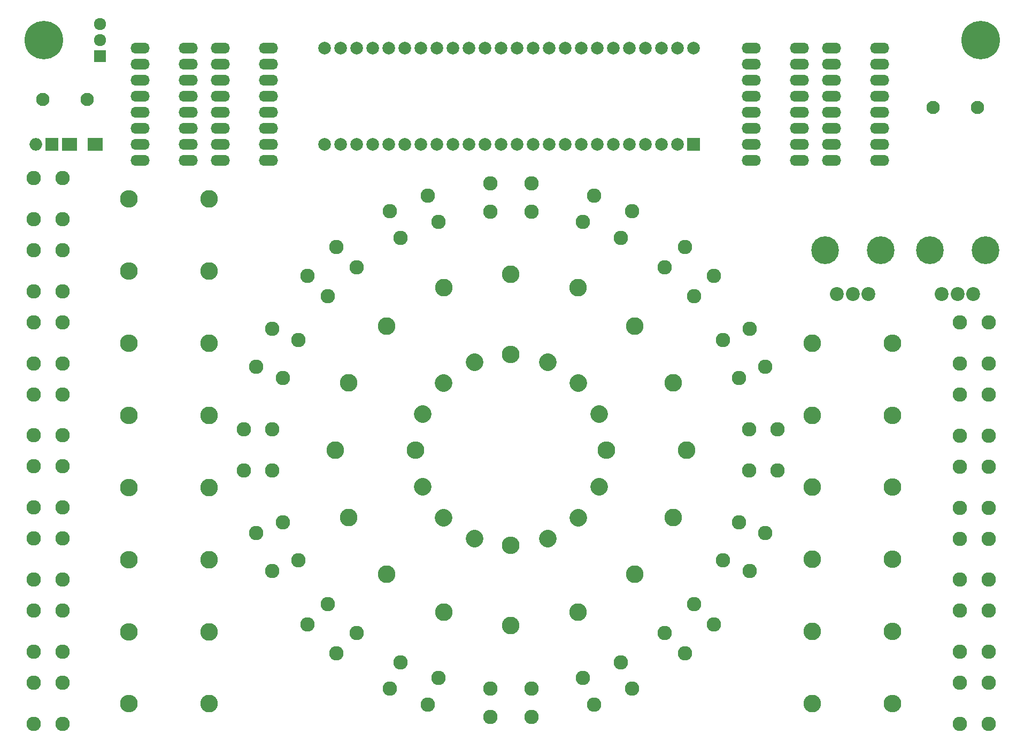
<source format=gbs>
G04 #@! TF.FileFunction,Soldermask,Bot*
%FSLAX46Y46*%
G04 Gerber Fmt 4.6, Leading zero omitted, Abs format (unit mm)*
G04 Created by KiCad (PCBNEW 4.0.6) date Thursday, 28. March 2019 'u40' 22:40:51*
%MOMM*%
%LPD*%
G01*
G04 APERTURE LIST*
%ADD10C,0.100000*%
%ADD11C,2.200000*%
%ADD12C,4.400000*%
%ADD13C,6.100000*%
%ADD14O,3.041600X1.720800*%
%ADD15C,2.000000*%
%ADD16R,2.000000X2.000000*%
%ADD17C,2.100000*%
%ADD18C,2.279600*%
%ADD19C,2.800000*%
%ADD20O,2.800000X2.800000*%
%ADD21C,2.800000*%
%ADD22C,1.920000*%
%ADD23R,1.920000X1.920000*%
%ADD24R,2.400000X2.100000*%
%ADD25O,2.000000X2.000000*%
G04 APERTURE END LIST*
D10*
D11*
X197450700Y-79171800D03*
X199950700Y-79171800D03*
X202450700Y-79171800D03*
D12*
X195550700Y-72171800D03*
X204350700Y-72171800D03*
D11*
X214024200Y-79171800D03*
X216524200Y-79171800D03*
X219024200Y-79171800D03*
D12*
X212124200Y-72171800D03*
X220924200Y-72171800D03*
D13*
X220167200Y-38912800D03*
D14*
X191511200Y-40182800D03*
X191511200Y-42722800D03*
X191511200Y-45262800D03*
X191511200Y-47802800D03*
X191511200Y-50342800D03*
X191511200Y-52882800D03*
X191511200Y-55422800D03*
X191511200Y-57962800D03*
X183891200Y-57962800D03*
X183891200Y-55422800D03*
X183891200Y-52882800D03*
X183891200Y-50342800D03*
X183891200Y-47802800D03*
X183891200Y-45262800D03*
X183891200Y-42722800D03*
X183891200Y-40182800D03*
D15*
X134061200Y-55422800D03*
X131521200Y-55422800D03*
X128981200Y-55422800D03*
X126441200Y-55422800D03*
X136601200Y-55422800D03*
X139141200Y-55422800D03*
X141681200Y-55422800D03*
X123901200Y-55422800D03*
X121361200Y-55422800D03*
X118821200Y-55422800D03*
X116281200Y-55422800D03*
X116281200Y-40182800D03*
X118821200Y-40182800D03*
X121361200Y-40182800D03*
X123901200Y-40182800D03*
X126441200Y-40182800D03*
X128981200Y-40182800D03*
X131521200Y-40182800D03*
X134061200Y-40182800D03*
X144221200Y-55422800D03*
X146761200Y-55422800D03*
X149301200Y-55422800D03*
X151841200Y-55422800D03*
X154381200Y-55422800D03*
X156921200Y-55422800D03*
X159461200Y-55422800D03*
X162001200Y-55422800D03*
X164541200Y-55422800D03*
X167081200Y-55422800D03*
X169621200Y-55422800D03*
X172161200Y-55422800D03*
D16*
X174701200Y-55422800D03*
D15*
X136601200Y-40182800D03*
X139141200Y-40182800D03*
X141681200Y-40182800D03*
X144221200Y-40182800D03*
X146761200Y-40182800D03*
X149301200Y-40182800D03*
X151841200Y-40182800D03*
X154381200Y-40182800D03*
X156921200Y-40182800D03*
X159461200Y-40182800D03*
X162001200Y-40182800D03*
X164541200Y-40182800D03*
X167081200Y-40182800D03*
X169621200Y-40182800D03*
X172161200Y-40182800D03*
X174701200Y-40182800D03*
D14*
X204211200Y-40182800D03*
X204211200Y-42722800D03*
X204211200Y-45262800D03*
X204211200Y-47802800D03*
X204211200Y-50342800D03*
X204211200Y-52882800D03*
X204211200Y-55422800D03*
X204211200Y-57962800D03*
X196591200Y-57962800D03*
X196591200Y-55422800D03*
X196591200Y-52882800D03*
X196591200Y-50342800D03*
X196591200Y-47802800D03*
X196591200Y-45262800D03*
X196591200Y-42722800D03*
X196591200Y-40182800D03*
X107391200Y-40182800D03*
X107391200Y-42722800D03*
X107391200Y-45262800D03*
X107391200Y-47802800D03*
X107391200Y-50342800D03*
X107391200Y-52882800D03*
X107391200Y-55422800D03*
X107391200Y-57962800D03*
X99771200Y-57962800D03*
X99771200Y-55422800D03*
X99771200Y-52882800D03*
X99771200Y-50342800D03*
X99771200Y-47802800D03*
X99771200Y-45262800D03*
X99771200Y-42722800D03*
X99771200Y-40182800D03*
D17*
X219659200Y-49580800D03*
X212659200Y-49580800D03*
D14*
X94691200Y-40182800D03*
X94691200Y-42722800D03*
X94691200Y-45262800D03*
X94691200Y-47802800D03*
X94691200Y-50342800D03*
X94691200Y-52882800D03*
X94691200Y-55422800D03*
X94691200Y-57962800D03*
X87071200Y-57962800D03*
X87071200Y-55422800D03*
X87071200Y-52882800D03*
X87071200Y-50342800D03*
X87071200Y-47802800D03*
X87071200Y-45262800D03*
X87071200Y-42722800D03*
X87071200Y-40182800D03*
D18*
X142544800Y-141605000D03*
X149047200Y-141605000D03*
X142544800Y-146126200D03*
X149047200Y-146126200D03*
X157234526Y-139976439D03*
X163241960Y-137488079D03*
X158964714Y-144153483D03*
X164972148Y-141665123D03*
X170182840Y-132850331D03*
X174780731Y-128252440D03*
X173379811Y-136047302D03*
X177977702Y-131449411D03*
X179418479Y-121311560D03*
X181906839Y-115304126D03*
X183595523Y-123041748D03*
X186083883Y-117034314D03*
X183535400Y-107116800D03*
X183535400Y-100614400D03*
X188056600Y-107116800D03*
X188056600Y-100614400D03*
X181906839Y-92427074D03*
X179418479Y-86419640D03*
X186083883Y-90696886D03*
X183595523Y-84689452D03*
X174780731Y-79478760D03*
X170182840Y-74880869D03*
X177977702Y-76281789D03*
X173379811Y-71683898D03*
X163241960Y-70243121D03*
X157234526Y-67754761D03*
X164972148Y-66066077D03*
X158964714Y-63577717D03*
X149047200Y-66126200D03*
X142544800Y-66126200D03*
X149047200Y-61605000D03*
X142544800Y-61605000D03*
X134357474Y-67754761D03*
X128350040Y-70243121D03*
X132627286Y-63577717D03*
X126619852Y-66066077D03*
X121409160Y-74880869D03*
X116811269Y-79478760D03*
X118212189Y-71683898D03*
X113614298Y-76281789D03*
X112173521Y-86419640D03*
X109685161Y-92427074D03*
X107996477Y-84689452D03*
X105508117Y-90696886D03*
X108056600Y-100614400D03*
X108056600Y-107116800D03*
X103535400Y-100614400D03*
X103535400Y-107116800D03*
X109685161Y-115304126D03*
X112173521Y-121311560D03*
X105508117Y-117034314D03*
X107996477Y-123041748D03*
X116811269Y-128252440D03*
X121409160Y-132850331D03*
X113614298Y-131449411D03*
X118212189Y-136047302D03*
X128350040Y-137488079D03*
X134357474Y-139976439D03*
X126619852Y-141665123D03*
X132627286Y-144153483D03*
X74808080Y-60777120D03*
X74808080Y-67279520D03*
X70286880Y-60777120D03*
X70286880Y-67279520D03*
X74808080Y-72197120D03*
X74808080Y-78699520D03*
X70286880Y-72197120D03*
X70286880Y-78699520D03*
X74808080Y-83617120D03*
X74808080Y-90119520D03*
X70286880Y-83617120D03*
X70286880Y-90119520D03*
X74808080Y-95037120D03*
X74808080Y-101539520D03*
X70286880Y-95037120D03*
X70286880Y-101539520D03*
X74808080Y-106457120D03*
X74808080Y-112959520D03*
X70286880Y-106457120D03*
X70286880Y-112959520D03*
X74808080Y-117877120D03*
X74808080Y-124379520D03*
X70286880Y-117877120D03*
X70286880Y-124379520D03*
X74808080Y-129297120D03*
X74808080Y-135799520D03*
X70286880Y-129297120D03*
X70286880Y-135799520D03*
X74808080Y-140717120D03*
X74808080Y-147219520D03*
X70286880Y-140717120D03*
X70286880Y-147219520D03*
X216910920Y-90139520D03*
X216910920Y-83637120D03*
X221432120Y-90139520D03*
X221432120Y-83637120D03*
X216910920Y-101559520D03*
X216910920Y-95057120D03*
X221432120Y-101559520D03*
X221432120Y-95057120D03*
X216910920Y-112979520D03*
X216910920Y-106477120D03*
X221432120Y-112979520D03*
X221432120Y-106477120D03*
X216910920Y-124399520D03*
X216910920Y-117897120D03*
X221432120Y-124399520D03*
X221432120Y-117897120D03*
X216910920Y-135819520D03*
X216910920Y-129317120D03*
X221432120Y-135819520D03*
X221432120Y-129317120D03*
X216910920Y-147239520D03*
X216910920Y-140737120D03*
X221432120Y-147239520D03*
X221432120Y-140737120D03*
D19*
X145796000Y-76057600D03*
D20*
X145796000Y-88757600D03*
D19*
X156437661Y-78174358D03*
D21*
X151577581Y-89907628D02*
X151577581Y-89907628D01*
D19*
X165459225Y-84202375D03*
D21*
X156478969Y-93182631D02*
X156478969Y-93182631D01*
D19*
X171487242Y-93223939D03*
D21*
X159753972Y-98084019D02*
X159753972Y-98084019D01*
D19*
X173604000Y-103865600D03*
D20*
X160904000Y-103865600D03*
D19*
X171487242Y-114507261D03*
D21*
X159753972Y-109647181D02*
X159753972Y-109647181D01*
D19*
X165459225Y-123528825D03*
D21*
X156478969Y-114548569D02*
X156478969Y-114548569D01*
D19*
X156437661Y-129556842D03*
D21*
X151577581Y-117823572D02*
X151577581Y-117823572D01*
D19*
X145796000Y-131673600D03*
D20*
X145796000Y-118973600D03*
D19*
X135154339Y-129556842D03*
D21*
X140014419Y-117823572D02*
X140014419Y-117823572D01*
D19*
X126132775Y-123528825D03*
D21*
X135113031Y-114548569D02*
X135113031Y-114548569D01*
D19*
X120104758Y-114507261D03*
D21*
X131838028Y-109647181D02*
X131838028Y-109647181D01*
D19*
X117988000Y-103865600D03*
D20*
X130688000Y-103865600D03*
D19*
X120104758Y-93223939D03*
D21*
X131838028Y-98084019D02*
X131838028Y-98084019D01*
D19*
X126132775Y-84202375D03*
D21*
X135113031Y-93182631D02*
X135113031Y-93182631D01*
D19*
X135154339Y-78174358D03*
D21*
X140014419Y-89907628D02*
X140014419Y-89907628D01*
D19*
X98044000Y-64109600D03*
D20*
X85344000Y-64109600D03*
D19*
X98044000Y-75529600D03*
D20*
X85344000Y-75529600D03*
D19*
X98044000Y-86949600D03*
D20*
X85344000Y-86949600D03*
D19*
X98044000Y-98369600D03*
D20*
X85344000Y-98369600D03*
D19*
X98044000Y-109789600D03*
D20*
X85344000Y-109789600D03*
D19*
X98044000Y-121209600D03*
D20*
X85344000Y-121209600D03*
D19*
X98044000Y-132629600D03*
D20*
X85344000Y-132629600D03*
D19*
X98044000Y-144049600D03*
D20*
X85344000Y-144049600D03*
D19*
X193548000Y-144018800D03*
D20*
X206248000Y-144018800D03*
D19*
X193548000Y-132598800D03*
D20*
X206248000Y-132598800D03*
D19*
X193548000Y-121178800D03*
D20*
X206248000Y-121178800D03*
D19*
X193548000Y-109758800D03*
D20*
X206248000Y-109758800D03*
D19*
X193548000Y-98338800D03*
D20*
X206248000Y-98338800D03*
D19*
X193548000Y-86918800D03*
D20*
X206248000Y-86918800D03*
D13*
X71831200Y-38912800D03*
D17*
X71729600Y-48361600D03*
X78729600Y-48361600D03*
D22*
X80721200Y-38912800D03*
X80721200Y-36372800D03*
D23*
X80721200Y-41452800D03*
D24*
X79959200Y-55422800D03*
X75959200Y-55422800D03*
D16*
X73101200Y-55422800D03*
D25*
X70561200Y-55422800D03*
M02*

</source>
